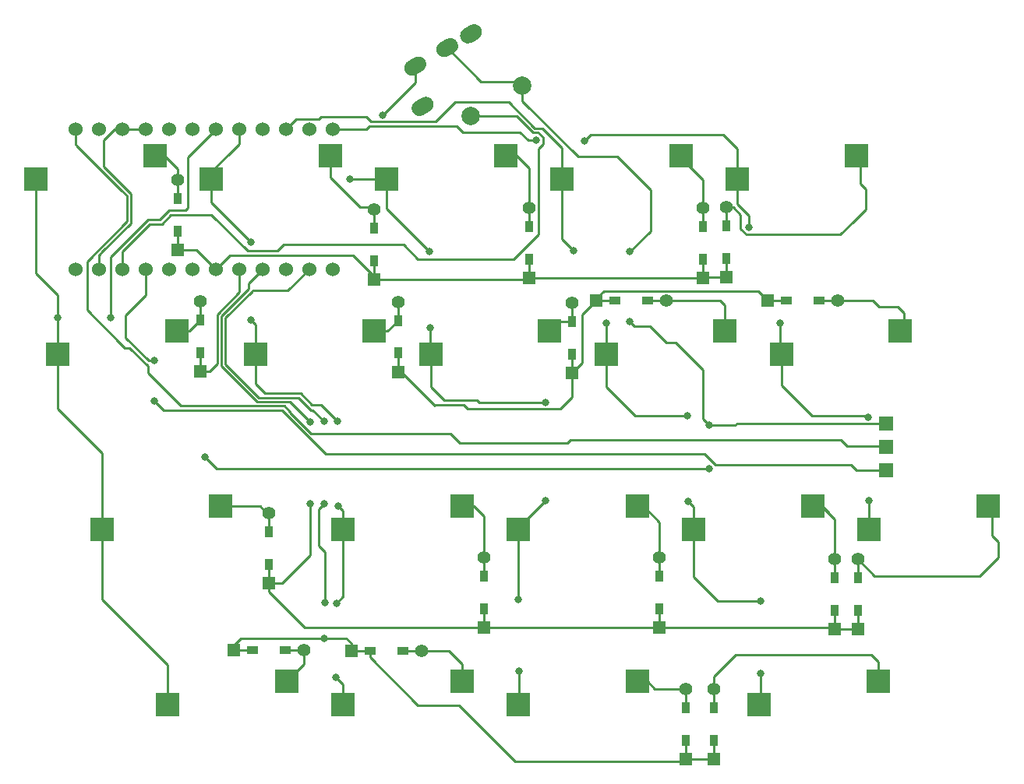
<source format=gbr>
G04 #@! TF.GenerationSoftware,KiCad,Pcbnew,(5.1.6-0-10_14)*
G04 #@! TF.CreationDate,2022-05-29T14:17:38+09:00*
G04 #@! TF.ProjectId,cool936,636f6f6c-3933-4362-9e6b-696361645f70,rev?*
G04 #@! TF.SameCoordinates,Original*
G04 #@! TF.FileFunction,Copper,L2,Bot*
G04 #@! TF.FilePolarity,Positive*
%FSLAX46Y46*%
G04 Gerber Fmt 4.6, Leading zero omitted, Abs format (unit mm)*
G04 Created by KiCad (PCBNEW (5.1.6-0-10_14)) date 2022-05-29 14:17:38*
%MOMM*%
%LPD*%
G01*
G04 APERTURE LIST*
G04 #@! TA.AperFunction,ComponentPad*
%ADD10C,1.397000*%
G04 #@! TD*
G04 #@! TA.AperFunction,ComponentPad*
%ADD11R,1.397000X1.397000*%
G04 #@! TD*
G04 #@! TA.AperFunction,SMDPad,CuDef*
%ADD12R,0.950000X1.300000*%
G04 #@! TD*
G04 #@! TA.AperFunction,ComponentPad*
%ADD13C,1.524000*%
G04 #@! TD*
G04 #@! TA.AperFunction,SMDPad,CuDef*
%ADD14R,2.550000X2.500000*%
G04 #@! TD*
G04 #@! TA.AperFunction,SMDPad,CuDef*
%ADD15R,1.300000X0.950000*%
G04 #@! TD*
G04 #@! TA.AperFunction,SMDPad,CuDef*
%ADD16R,1.524000X1.524000*%
G04 #@! TD*
G04 #@! TA.AperFunction,ComponentPad*
%ADD17C,2.000000*%
G04 #@! TD*
G04 #@! TA.AperFunction,ViaPad*
%ADD18C,0.800000*%
G04 #@! TD*
G04 #@! TA.AperFunction,Conductor*
%ADD19C,0.250000*%
G04 #@! TD*
G04 APERTURE END LIST*
D10*
X70160000Y-38570000D03*
D11*
X70160000Y-46190000D03*
D12*
X70160000Y-44155000D03*
X70160000Y-40605000D03*
D10*
X58200000Y-700000D03*
D11*
X58200000Y-8320000D03*
D12*
X58200000Y-6285000D03*
X58200000Y-2735000D03*
D13*
X25772000Y7991400D03*
X28312000Y7991400D03*
X30852000Y7991400D03*
X33392000Y7991400D03*
X35932000Y7991400D03*
X38472000Y7991400D03*
X41012000Y7991400D03*
X43552000Y7991400D03*
X46092000Y7991400D03*
X48632000Y7991400D03*
X51172000Y7991400D03*
X53712000Y7991400D03*
X53712000Y-7228600D03*
X51172000Y-7228600D03*
X48632000Y-7228600D03*
X46092000Y-7228600D03*
X43552000Y-7228600D03*
X41012000Y-7228600D03*
X38472000Y-7228600D03*
X35932000Y-7228600D03*
X33392000Y-7228600D03*
X30852000Y-7228600D03*
X28312000Y-7228600D03*
X25772000Y-7228600D03*
G04 #@! TA.AperFunction,ComponentPad*
G36*
G01*
X69513526Y17822531D02*
X68820706Y17422531D01*
G75*
G02*
X67659584Y17733653I-425000J736122D01*
G01*
X67659584Y17733653D01*
G75*
G02*
X67970706Y18894775I736122J425000D01*
G01*
X68663526Y19294775D01*
G75*
G02*
X69824648Y18983653I425000J-736122D01*
G01*
X69824648Y18983653D01*
G75*
G02*
X69513526Y17822531I-736122J-425000D01*
G01*
G37*
G04 #@! TD.AperFunction*
G04 #@! TA.AperFunction,ComponentPad*
G36*
G01*
X66915450Y16322531D02*
X66222630Y15922531D01*
G75*
G02*
X65061508Y16233653I-425000J736122D01*
G01*
X65061508Y16233653D01*
G75*
G02*
X65372630Y17394775I736122J425000D01*
G01*
X66065450Y17794775D01*
G75*
G02*
X67226572Y17483653I425000J-736122D01*
G01*
X67226572Y17483653D01*
G75*
G02*
X66915450Y16322531I-736122J-425000D01*
G01*
G37*
G04 #@! TD.AperFunction*
G04 #@! TA.AperFunction,ComponentPad*
G36*
G01*
X63451348Y14322531D02*
X62758528Y13922531D01*
G75*
G02*
X61597406Y14233653I-425000J736122D01*
G01*
X61597406Y14233653D01*
G75*
G02*
X61908528Y15394775I736122J425000D01*
G01*
X62601348Y15794775D01*
G75*
G02*
X63762470Y15483653I425000J-736122D01*
G01*
X63762470Y15483653D01*
G75*
G02*
X63451348Y14322531I-736122J-425000D01*
G01*
G37*
G04 #@! TD.AperFunction*
G04 #@! TA.AperFunction,ComponentPad*
G36*
G01*
X64252310Y9935225D02*
X63559490Y9535225D01*
G75*
G02*
X62398368Y9846347I-425000J736122D01*
G01*
X62398368Y9846347D01*
G75*
G02*
X62709490Y11007469I736122J425000D01*
G01*
X63402310Y11407469D01*
G75*
G02*
X64563432Y11096347I425000J-736122D01*
G01*
X64563432Y11096347D01*
G75*
G02*
X64252310Y9935225I-736122J-425000D01*
G01*
G37*
G04 #@! TD.AperFunction*
D14*
X59590000Y2540000D03*
X72517000Y5080000D03*
X100071500Y-54610000D03*
X112998500Y-52070000D03*
X92927500Y-35560000D03*
X105854500Y-33020000D03*
D10*
X36880000Y2470000D03*
D11*
X36880000Y-5150000D03*
D12*
X36880000Y-3115000D03*
X36880000Y435000D03*
D14*
X73877500Y-35560000D03*
X86804500Y-33020000D03*
X40540000Y2540000D03*
X53467000Y5080000D03*
X21490000Y2540000D03*
X34417000Y5080000D03*
D10*
X79720000Y-10920000D03*
D11*
X79720000Y-18540000D03*
D12*
X79720000Y-16505000D03*
X79720000Y-12955000D03*
D14*
X54827500Y-54610000D03*
X67754500Y-52070000D03*
X23871000Y-16510000D03*
X36798000Y-13970000D03*
X28634000Y-35560000D03*
X41561000Y-33020000D03*
D10*
X63340000Y-48730000D03*
D11*
X55720000Y-48730000D03*
D15*
X57755000Y-48730000D03*
X61305000Y-48730000D03*
D10*
X96480000Y-500000D03*
D11*
X96480000Y-8120000D03*
D12*
X96480000Y-6085000D03*
X96480000Y-2535000D03*
D10*
X75040000Y-560000D03*
D11*
X75040000Y-8180000D03*
D12*
X75040000Y-6145000D03*
X75040000Y-2595000D03*
D15*
X106515000Y-10620000D03*
X102965000Y-10620000D03*
D11*
X100930000Y-10620000D03*
D10*
X108550000Y-10620000D03*
D14*
X78640000Y2540000D03*
X91567000Y5080000D03*
D10*
X46790000Y-33730000D03*
D11*
X46790000Y-41350000D03*
D12*
X46790000Y-39315000D03*
X46790000Y-35765000D03*
D10*
X95100000Y-52870000D03*
D11*
X95100000Y-60490000D03*
D12*
X95100000Y-58455000D03*
X95100000Y-54905000D03*
D10*
X92090000Y-52870000D03*
D11*
X92090000Y-60490000D03*
D12*
X92090000Y-58455000D03*
X92090000Y-54905000D03*
D10*
X89230000Y-38610000D03*
D11*
X89230000Y-46230000D03*
D12*
X89230000Y-44195000D03*
X89230000Y-40645000D03*
D10*
X108220000Y-38760000D03*
D11*
X108220000Y-46380000D03*
D12*
X108220000Y-44345000D03*
X108220000Y-40795000D03*
X110750000Y-40825000D03*
X110750000Y-44375000D03*
D11*
X110750000Y-46410000D03*
D10*
X110750000Y-38790000D03*
X89960000Y-10620000D03*
D11*
X82340000Y-10620000D03*
D15*
X84375000Y-10620000D03*
X87925000Y-10620000D03*
D10*
X93900000Y-590000D03*
D11*
X93900000Y-8210000D03*
D12*
X93900000Y-6175000D03*
X93900000Y-2625000D03*
D14*
X102452500Y-16510000D03*
X115379500Y-13970000D03*
X64352500Y-16510000D03*
X77279500Y-13970000D03*
X83402500Y-16510000D03*
X96329500Y-13970000D03*
X35777500Y-54610000D03*
X48704500Y-52070000D03*
X111977500Y-35560000D03*
X124904500Y-33020000D03*
X54827500Y-35560000D03*
X67754500Y-33020000D03*
X73877500Y-54610000D03*
X86804500Y-52070000D03*
X45302500Y-16510000D03*
X58229500Y-13970000D03*
D16*
X113790000Y-23990000D03*
X113790000Y-26530000D03*
X113790000Y-29070000D03*
D10*
X50590000Y-48660000D03*
D11*
X42970000Y-48660000D03*
D15*
X45005000Y-48660000D03*
X48555000Y-48660000D03*
D10*
X39350000Y-10710000D03*
D11*
X39350000Y-18330000D03*
D12*
X39350000Y-16295000D03*
X39350000Y-12745000D03*
D17*
X74324583Y12685000D03*
X68695417Y9435000D03*
D10*
X60810000Y-10770000D03*
D11*
X60810000Y-18390000D03*
D12*
X60810000Y-16355000D03*
X60810000Y-12805000D03*
D14*
X97690000Y2540000D03*
X110617000Y5080000D03*
D18*
X51270000Y-32720000D03*
X51230000Y-23860000D03*
X52790000Y-32720000D03*
X52870000Y-43480000D03*
X52820000Y-47370000D03*
X52790000Y-23800000D03*
X85960000Y-12940000D03*
X85960000Y-5340000D03*
X39810000Y-27680000D03*
X94640000Y-28970000D03*
X94640000Y-24170000D03*
X34320000Y-17200000D03*
X34320000Y-21550000D03*
X59140000Y9550000D03*
X23871000Y-12529000D03*
X29600000Y-12530000D03*
X44840000Y-12780000D03*
X54070000Y-51600000D03*
X54130000Y-43540000D03*
X54220000Y-23800000D03*
X54270000Y-32970000D03*
X44790000Y-4250000D03*
X55590000Y2540000D03*
X73960000Y-50910000D03*
X73900000Y-43150000D03*
X76800000Y-21700000D03*
X76870000Y-32410000D03*
X64290000Y-13600000D03*
X64220000Y-5290000D03*
X92240000Y-23210000D03*
X92300000Y-32490000D03*
X100240000Y-43320000D03*
X79900000Y-5250000D03*
X83420000Y-13130000D03*
X100240000Y-51190000D03*
X98950000Y-2670000D03*
X111940000Y-32410000D03*
X102290000Y-13110000D03*
X111920000Y-23310000D03*
X75850000Y6760000D03*
X81040000Y6730000D03*
D19*
X34417000Y4693000D02*
X34417000Y5080000D01*
X36880000Y2470000D02*
X36880000Y3633000D01*
X35433000Y5080000D02*
X36195000Y4318000D01*
X36880000Y2230000D02*
X36880000Y195000D01*
X34417000Y5080000D02*
X35433000Y5080000D01*
X36880000Y3633000D02*
X36195000Y4318000D01*
X36880000Y2470000D02*
X36880000Y435000D01*
X58200000Y-700000D02*
X58200000Y-510000D01*
X56640000Y-450000D02*
X57950000Y-450000D01*
X57950000Y-450000D02*
X58200000Y-700000D01*
X53467000Y2723000D02*
X53467000Y5080000D01*
X56640000Y-450000D02*
X53467000Y2723000D01*
X58200000Y-700000D02*
X58200000Y-2735000D01*
X73710000Y5080000D02*
X75040000Y3750000D01*
X75040000Y-560000D02*
X75040000Y-2595000D01*
X75040000Y3750000D02*
X75040000Y-560000D01*
X72517000Y5080000D02*
X73710000Y5080000D01*
X91567000Y4843000D02*
X91567000Y5080000D01*
X93900000Y-590000D02*
X93900000Y2510000D01*
X93900000Y2510000D02*
X91567000Y4843000D01*
X93900000Y-2625000D02*
X93900000Y-590000D01*
X96480000Y-500000D02*
X97200000Y-500000D01*
X98040000Y-1340000D02*
X98040000Y-2833002D01*
X98686998Y-3480000D02*
X108850000Y-3480000D01*
X111055001Y4641999D02*
X110617000Y5080000D01*
X97200000Y-500000D02*
X98040000Y-1340000D01*
X98040000Y-2833002D02*
X98686998Y-3480000D01*
X96480000Y-500000D02*
X96480000Y-2535000D01*
X108850000Y-3480000D02*
X110340000Y-1990000D01*
X110340000Y-1990000D02*
X110350000Y-1990000D01*
X110350000Y-1990000D02*
X111630000Y-710000D01*
X111630000Y1480002D02*
X111055001Y2055001D01*
X111630000Y-710000D02*
X111630000Y1480002D01*
X111055001Y2055001D02*
X111055001Y4641999D01*
X59645000Y-13970000D02*
X60810000Y-12805000D01*
X58229500Y-13970000D02*
X59645000Y-13970000D01*
X60810000Y-10770000D02*
X60810000Y-12805000D01*
X79720000Y-12955000D02*
X78294500Y-12955000D01*
X79720000Y-10920000D02*
X79720000Y-12955000D01*
X78294500Y-12955000D02*
X77279500Y-13970000D01*
X89960000Y-10620000D02*
X95830000Y-10620000D01*
X87925000Y-10620000D02*
X89960000Y-10620000D01*
X95830000Y-10620000D02*
X96329500Y-11119500D01*
X96329500Y-11119500D02*
X96329500Y-13970000D01*
X108550000Y-10620000D02*
X112380000Y-10620000D01*
X115100000Y-11290000D02*
X115810000Y-12000000D01*
X115810000Y-13539500D02*
X115379500Y-13970000D01*
X106515000Y-10620000D02*
X108550000Y-10620000D01*
X113050000Y-11290000D02*
X115100000Y-11290000D01*
X112380000Y-10620000D02*
X113050000Y-11290000D01*
X115810000Y-12000000D02*
X115810000Y-13539500D01*
X70160000Y-38570000D02*
X70160000Y-40605000D01*
X70160000Y-34100000D02*
X70160000Y-38570000D01*
X67754500Y-33020000D02*
X69080000Y-33020000D01*
X69080000Y-33020000D02*
X70160000Y-34100000D01*
X89230000Y-34770000D02*
X87480000Y-33020000D01*
X89230000Y-40645000D02*
X89230000Y-38610000D01*
X89230000Y-38610000D02*
X89230000Y-34770000D01*
X87480000Y-33020000D02*
X86804500Y-33020000D01*
X105854500Y-33020000D02*
X106870500Y-33020000D01*
X108220000Y-40795000D02*
X108220000Y-38760000D01*
X105854500Y-33020000D02*
X106800000Y-33020000D01*
X106800000Y-33020000D02*
X108220000Y-34440000D01*
X108220000Y-34440000D02*
X108220000Y-38760000D01*
X106870500Y-33020000D02*
X107632500Y-33782000D01*
X110750000Y-38790000D02*
X110750000Y-40825000D01*
X125342501Y-33458001D02*
X124904500Y-33020000D01*
X125342501Y-36227499D02*
X125342501Y-33458001D01*
X126010000Y-36894998D02*
X125342501Y-36227499D01*
X126010000Y-38590000D02*
X126010000Y-36894998D01*
X123990000Y-40610000D02*
X126010000Y-38590000D01*
X112570000Y-40610000D02*
X123990000Y-40610000D01*
X110750000Y-38790000D02*
X112570000Y-40610000D01*
X48555000Y-48660000D02*
X50590000Y-48660000D01*
X50590000Y-48660000D02*
X50590000Y-50184500D01*
X50590000Y-50184500D02*
X48704500Y-52070000D01*
X63340000Y-48730000D02*
X66320000Y-48730000D01*
X61305000Y-48730000D02*
X63340000Y-48730000D01*
X67754500Y-52070000D02*
X67754500Y-50164500D01*
X67754500Y-50164500D02*
X66320000Y-48730000D01*
X92090000Y-54905000D02*
X92090000Y-52870000D01*
X86804500Y-52070000D02*
X87920000Y-52070000D01*
X87920000Y-52070000D02*
X88720000Y-52870000D01*
X92090000Y-52870000D02*
X88720000Y-52870000D01*
X36798000Y-13970000D02*
X37790000Y-13970000D01*
X38125000Y-13970000D02*
X39350000Y-12745000D01*
X36798000Y-13970000D02*
X38125000Y-13970000D01*
X39350000Y-10710000D02*
X39350000Y-12745000D01*
X41561000Y-33020000D02*
X45830000Y-33020000D01*
X46790000Y-33730000D02*
X46790000Y-35765000D01*
X46540000Y-33730000D02*
X46790000Y-33730000D01*
X45830000Y-33020000D02*
X46540000Y-33730000D01*
X97480000Y-49190000D02*
X112240000Y-49190000D01*
X95100000Y-54905000D02*
X95100000Y-52870000D01*
X112240000Y-49190000D02*
X112998500Y-49948500D01*
X112998500Y-49948500D02*
X112998500Y-52070000D01*
X95100000Y-52870000D02*
X95100000Y-51570000D01*
X95100000Y-51570000D02*
X97480000Y-49190000D01*
X43390000Y-5740000D02*
X55940000Y-5740000D01*
X93900000Y-8210000D02*
X93900000Y-6175000D01*
X93900000Y-8210000D02*
X93690000Y-8210000D01*
X75040000Y-8180000D02*
X93660000Y-8180000D01*
X39173400Y-5390000D02*
X39741700Y-5958300D01*
X96480000Y-8120000D02*
X96480000Y-6085000D01*
X93690000Y-8210000D02*
X93660000Y-8180000D01*
X38933400Y-5150000D02*
X39741700Y-5958300D01*
X43020000Y-5740000D02*
X43390000Y-5740000D01*
X39741700Y-5958300D02*
X41012000Y-7228600D01*
X96480000Y-8120000D02*
X93990000Y-8120000D01*
X42870600Y-5740000D02*
X43020000Y-5740000D01*
X58200000Y-6285000D02*
X58200000Y-8320000D01*
X93990000Y-8120000D02*
X93900000Y-8210000D01*
X36880000Y-5150000D02*
X38933400Y-5150000D01*
X58200000Y-8320000D02*
X74900000Y-8320000D01*
X36880000Y-3355000D02*
X36880000Y-5390000D01*
X75040000Y-6145000D02*
X75040000Y-8180000D01*
X41092000Y-7758600D02*
X41092000Y-6852000D01*
X41092000Y-6852000D02*
X41108000Y-6852000D01*
X41012000Y-7228600D02*
X42500600Y-5740000D01*
X74900000Y-8320000D02*
X75040000Y-8180000D01*
X55940000Y-5740000D02*
X58200000Y-8000000D01*
X58200000Y-8000000D02*
X58200000Y-8320000D01*
X42500600Y-5740000D02*
X43020000Y-5740000D01*
X39350000Y-16295000D02*
X39350000Y-18330000D01*
X41160000Y-17470000D02*
X41160000Y-12134190D01*
X60810000Y-16355000D02*
X60810000Y-18390000D01*
X40300000Y-18330000D02*
X41160000Y-17470000D01*
X80827499Y-12132501D02*
X80827499Y-17382501D01*
X39350000Y-18330000D02*
X40300000Y-18330000D01*
X79720000Y-18540000D02*
X79720000Y-18490000D01*
X79720000Y-18490000D02*
X80827499Y-17382501D01*
X64086795Y-21326795D02*
X64790000Y-22030000D01*
X79720000Y-16505000D02*
X79720000Y-18540000D01*
X64086795Y-21323205D02*
X64086795Y-21326795D01*
X61153590Y-18390000D02*
X64086795Y-21323205D01*
X60810000Y-18390000D02*
X61153590Y-18390000D01*
X43552000Y-9742190D02*
X41160000Y-12134190D01*
X82340000Y-10620000D02*
X84375000Y-10620000D01*
X41160000Y-12134190D02*
X41160000Y-12630000D01*
X43552000Y-7228600D02*
X43552000Y-9742190D01*
X100930000Y-10620000D02*
X102965000Y-10620000D01*
X82340000Y-10620000D02*
X80827499Y-12132501D01*
X99906499Y-9596499D02*
X100930000Y-10620000D01*
X83153501Y-9596499D02*
X99906499Y-9596499D01*
X82340000Y-10410000D02*
X83153501Y-9596499D01*
X82340000Y-10620000D02*
X82340000Y-10410000D01*
X67981795Y-22028205D02*
X64791795Y-22028205D01*
X64791795Y-22028205D02*
X64086795Y-21323205D01*
X79720000Y-18540000D02*
X79720000Y-21140000D01*
X68378591Y-22425001D02*
X67981795Y-22028205D01*
X78434999Y-22425001D02*
X68378591Y-22425001D01*
X79720000Y-21140000D02*
X78434999Y-22425001D01*
X44537000Y-8783600D02*
X44537000Y-9393600D01*
X51270000Y-38300000D02*
X51270000Y-32720000D01*
X46790000Y-41350000D02*
X48220000Y-41350000D01*
X89230000Y-44195000D02*
X89230000Y-46230000D01*
X43325300Y-10605300D02*
X42925300Y-11005300D01*
X108070000Y-46230000D02*
X108220000Y-46380000D01*
X108250000Y-46410000D02*
X108220000Y-46380000D01*
X110750000Y-46410000D02*
X108250000Y-46410000D01*
X46790000Y-39315000D02*
X46790000Y-41350000D01*
X41610010Y-12320590D02*
X42925300Y-11005300D01*
X51230000Y-23860000D02*
X50810000Y-23440000D01*
X41610010Y-17782830D02*
X41610010Y-12320590D01*
X50810000Y-23440000D02*
X50810000Y-23420000D01*
X50810000Y-23420000D02*
X49044271Y-21654271D01*
X49044271Y-21654271D02*
X45481451Y-21654271D01*
X45481451Y-21654271D02*
X41610010Y-17782830D01*
X89230000Y-46230000D02*
X108070000Y-46230000D01*
X46790000Y-41350000D02*
X46790000Y-42320000D01*
X50660000Y-46190000D02*
X70160000Y-46190000D01*
X44537000Y-9393600D02*
X42925300Y-11005300D01*
X46092000Y-7228600D02*
X44537000Y-8783600D01*
X46790000Y-42320000D02*
X50660000Y-46190000D01*
X70160000Y-44155000D02*
X70160000Y-46190000D01*
X48220000Y-41350000D02*
X51270000Y-38300000D01*
X108220000Y-46380000D02*
X108220000Y-44345000D01*
X110750000Y-44375000D02*
X110750000Y-46410000D01*
X89190000Y-46190000D02*
X89230000Y-46230000D01*
X70160000Y-46190000D02*
X89190000Y-46190000D01*
X91840000Y-60740000D02*
X92090000Y-60490000D01*
X52190000Y-37320000D02*
X52870000Y-38000000D01*
X57755000Y-49455000D02*
X62970000Y-54670000D01*
X52820000Y-47370000D02*
X55190000Y-47370000D01*
X51540000Y-22550000D02*
X51373590Y-22550000D01*
X51373590Y-22550000D02*
X50027851Y-21204261D01*
X44601795Y-20138205D02*
X42060020Y-17596430D01*
X45071795Y-20608205D02*
X44601795Y-20138205D01*
X51540000Y-22550000D02*
X52790000Y-23800000D01*
X45667851Y-21204261D02*
X44601795Y-20138205D01*
X50027851Y-21204261D02*
X45667851Y-21204261D01*
X55190000Y-47370000D02*
X55720000Y-47900000D01*
X52870000Y-38000000D02*
X52870000Y-43480000D01*
X44987010Y-9612990D02*
X42060020Y-12539980D01*
X46270000Y-9580000D02*
X44987010Y-9580000D01*
X46430000Y-9580000D02*
X46270000Y-9580000D01*
X92090000Y-58455000D02*
X92090000Y-60490000D01*
X55720000Y-47900000D02*
X55720000Y-48730000D01*
X52190000Y-33320000D02*
X52190000Y-37320000D01*
X44852491Y-20388901D02*
X45071795Y-20608205D01*
X42060020Y-12539980D02*
X42060020Y-17219980D01*
X55720000Y-48730000D02*
X57755000Y-48730000D01*
X43720000Y-47370000D02*
X52820000Y-47370000D01*
X67440000Y-54670000D02*
X73510000Y-60740000D01*
X42970000Y-48660000D02*
X42970000Y-48120000D01*
X44987010Y-9580000D02*
X44987010Y-9612990D01*
X73510000Y-60740000D02*
X91840000Y-60740000D01*
X92090000Y-60490000D02*
X95100000Y-60490000D01*
X62970000Y-54670000D02*
X67440000Y-54670000D01*
X57755000Y-48730000D02*
X57755000Y-49455000D01*
X45005000Y-48660000D02*
X42970000Y-48660000D01*
X48820600Y-9580000D02*
X46270000Y-9580000D01*
X42060020Y-17596430D02*
X42060020Y-17219980D01*
X52790000Y-32720000D02*
X52190000Y-33320000D01*
X51172000Y-7228600D02*
X48820600Y-9580000D01*
X42970000Y-48120000D02*
X43720000Y-47370000D01*
X95100000Y-60490000D02*
X95100000Y-58455000D01*
X46650600Y-9580000D02*
X46430000Y-9580000D01*
X31810000Y943998D02*
X28793999Y3959999D01*
X31810000Y-2220000D02*
X31810000Y943998D01*
X28690000Y-5340000D02*
X31810000Y-2220000D01*
X28793999Y3959999D02*
X28789999Y3959999D01*
X28789999Y6769999D02*
X30011400Y7991400D01*
X30011400Y7991400D02*
X30852000Y7991400D01*
X30852000Y7991400D02*
X33392000Y7991400D01*
X28392000Y-5638000D02*
X28690000Y-5340000D01*
X28312000Y-5718000D02*
X28690000Y-5340000D01*
X28312000Y-7228600D02*
X28312000Y-5718000D01*
X30295398Y7701400D02*
X30932000Y7701400D01*
X88230000Y-3070000D02*
X85960000Y-5340000D01*
X88230000Y1370000D02*
X88230000Y-3070000D01*
X69832693Y13170000D02*
X73839583Y13170000D01*
X80350000Y4990000D02*
X84610000Y4990000D01*
X66144040Y16858653D02*
X69832693Y13170000D01*
X84610000Y4990000D02*
X88230000Y1370000D01*
X73839583Y13170000D02*
X74324583Y12685000D01*
X74324583Y11015417D02*
X80350000Y4990000D01*
X74324583Y12685000D02*
X74324583Y11015417D01*
X97604999Y-24035001D02*
X97450000Y-24190000D01*
X113744999Y-24035001D02*
X97604999Y-24035001D01*
X113790000Y-23990000D02*
X113744999Y-24035001D01*
X67140000Y-28970000D02*
X94640000Y-28970000D01*
X41100000Y-28970000D02*
X67140000Y-28970000D01*
X39810000Y-27680000D02*
X41100000Y-28970000D01*
X97450000Y-24190000D02*
X94660000Y-24190000D01*
X94660000Y-24190000D02*
X94640000Y-24170000D01*
X28789999Y3959999D02*
X28789999Y6769999D01*
X93950749Y-23480749D02*
X94640000Y-24170000D01*
X93950749Y-18180749D02*
X93950749Y-23480749D01*
X85960000Y-12940000D02*
X86479251Y-13459251D01*
X91009251Y-15239251D02*
X93950749Y-18180749D01*
X88200749Y-13459251D02*
X89980749Y-15239251D01*
X89980749Y-15239251D02*
X91009251Y-15239251D01*
X86479251Y-13459251D02*
X88200749Y-13459251D01*
X110059990Y-28519990D02*
X110610000Y-29070000D01*
X95262992Y-28519990D02*
X110059990Y-28519990D01*
X35324291Y-22554291D02*
X48214879Y-22554291D01*
X48214879Y-22554291D02*
X52990588Y-27330000D01*
X34320000Y-21550000D02*
X35324291Y-22554291D01*
X65060000Y-27330000D02*
X65070000Y-27340000D01*
X52990588Y-27330000D02*
X65060000Y-27330000D01*
X110610000Y-29070000D02*
X113790000Y-29070000D01*
X65070000Y-27340000D02*
X94083002Y-27340000D01*
X94083002Y-27340000D02*
X95262992Y-28519990D01*
X62679938Y13089938D02*
X59140000Y9550000D01*
X62679938Y14858653D02*
X62679938Y13089938D01*
X31170999Y-12259001D02*
X33392000Y-10038000D01*
X31170999Y-14670999D02*
X31170999Y-12259001D01*
X33392000Y-10038000D02*
X33392000Y-7228600D01*
X33700000Y-17200000D02*
X31170999Y-14670999D01*
X34320000Y-17200000D02*
X33700000Y-17200000D01*
X31359990Y757598D02*
X31359990Y-2033600D01*
X30720990Y-15370992D02*
X30720990Y-15383016D01*
X30703588Y1410000D02*
X30707588Y1410000D01*
X27020000Y-6373590D02*
X27020000Y-11670002D01*
X25986794Y6126794D02*
X30703588Y1410000D01*
X30707588Y1410000D02*
X31359990Y757598D01*
X31359990Y-2033600D02*
X27020000Y-6373590D01*
X27020000Y-11670002D02*
X30720990Y-15370992D01*
X79210000Y-26140000D02*
X79570000Y-25780000D01*
X79570000Y-25780000D02*
X100700000Y-25780000D01*
X48474281Y-22104281D02*
X49100000Y-22730000D01*
X37203279Y-22104281D02*
X48474281Y-22104281D01*
X49100000Y-22803002D02*
X51376998Y-25080000D01*
X49100000Y-22730000D02*
X49100000Y-22803002D01*
X66480000Y-25080000D02*
X67540000Y-26140000D01*
X51376998Y-25080000D02*
X66480000Y-25080000D01*
X100700000Y-25780000D02*
X108890000Y-25780000D01*
X67540000Y-26140000D02*
X79210000Y-26140000D01*
X108890000Y-25780000D02*
X109590000Y-26480000D01*
X100860000Y-25780000D02*
X100700000Y-25780000D01*
X113740000Y-26480000D02*
X113790000Y-26530000D01*
X109590000Y-26480000D02*
X113740000Y-26480000D01*
X25772000Y6341588D02*
X25986794Y6126794D01*
X25852000Y6261588D02*
X25986794Y6126794D01*
X109640000Y-26430000D02*
X109590000Y-26480000D01*
X25772000Y7991400D02*
X25772000Y6341588D01*
X33649499Y-18550501D02*
X33649499Y-17785909D01*
X33649499Y-18550501D02*
X37203279Y-22104281D01*
X31654603Y-15791013D02*
X31128987Y-15791013D01*
X33649499Y-17785909D02*
X31654603Y-15791013D01*
X30720990Y-15383016D02*
X31128987Y-15791013D01*
X21490000Y-7690000D02*
X23871000Y-10071000D01*
X23871000Y-12529000D02*
X23871000Y-16510000D01*
X28634000Y-43114000D02*
X35777500Y-50257500D01*
X37964999Y4944399D02*
X37964999Y3915001D01*
X35960000Y-860000D02*
X37680000Y-860000D01*
X41012000Y7991400D02*
X37964999Y4944399D01*
X35777500Y-50257500D02*
X35777500Y-54610000D01*
X23871000Y-16510000D02*
X23871000Y-22441000D01*
X37964999Y-575001D02*
X37964999Y3915001D01*
X37680000Y-860000D02*
X37964999Y-575001D01*
X28634000Y-35560000D02*
X28634000Y-43114000D01*
X37964999Y4574399D02*
X37964999Y3915001D01*
X21490000Y2540000D02*
X21490000Y-7690000D01*
X23871000Y-10071000D02*
X23871000Y-12529000D01*
X23871000Y-22441000D02*
X28634000Y-27204000D01*
X28634000Y-27204000D02*
X28634000Y-35560000D01*
X29600000Y-12530000D02*
X29600000Y-5903590D01*
X29600000Y-5903590D02*
X33643599Y-1859991D01*
X33643599Y-1859991D02*
X34960009Y-1859991D01*
X34960009Y-1859991D02*
X35960000Y-860000D01*
X44840000Y-12780000D02*
X45302500Y-13242500D01*
X54270000Y-32970000D02*
X54827500Y-33527500D01*
X43552000Y6412000D02*
X42505000Y5365000D01*
X40540000Y3400000D02*
X40540000Y2540000D01*
X54827500Y-52357500D02*
X54827500Y-54610000D01*
X42505000Y5365000D02*
X40540000Y3400000D01*
X54827500Y-33527500D02*
X54827500Y-35560000D01*
X54827500Y-42842500D02*
X54130000Y-43540000D01*
X54827500Y-35560000D02*
X54827500Y-42842500D01*
X43552000Y7991400D02*
X43552000Y6412000D01*
X54070000Y-51600000D02*
X54827500Y-52357500D01*
X45302500Y-13242500D02*
X45302500Y-16510000D01*
X40540000Y0D02*
X40540000Y1110000D01*
X44790000Y-4250000D02*
X40540000Y0D01*
X40540000Y2540000D02*
X40540000Y1110000D01*
X45302500Y-18517500D02*
X45302500Y-16510000D01*
X46324251Y-20754251D02*
X45302500Y-19732500D01*
X45302500Y-19732500D02*
X45302500Y-18517500D01*
X50214251Y-20754251D02*
X46324251Y-20754251D01*
X51450000Y-21990000D02*
X50214251Y-20754251D01*
X52410000Y-21990000D02*
X51450000Y-21990000D01*
X54220000Y-23800000D02*
X52410000Y-21990000D01*
X59590000Y-690000D02*
X64190000Y-5290000D01*
X64190000Y-5290000D02*
X64220000Y-5290000D01*
X73877500Y-43127500D02*
X73900000Y-43150000D01*
X73960000Y-54527500D02*
X73877500Y-54610000D01*
X64290000Y-16447500D02*
X64352500Y-16510000D01*
X73877500Y-35560000D02*
X73877500Y-43127500D01*
X64290000Y-13600000D02*
X64290000Y-16447500D01*
X73960000Y-50910000D02*
X73960000Y-54527500D01*
X59590000Y2540000D02*
X59590000Y-690000D01*
X73877500Y-35402500D02*
X73877500Y-35560000D01*
X59590000Y2540000D02*
X55590000Y2540000D01*
X76870000Y-32410000D02*
X73877500Y-35402500D01*
X69410000Y-21480000D02*
X69630000Y-21700000D01*
X65805000Y-21480000D02*
X69410000Y-21480000D01*
X64352500Y-20027500D02*
X65805000Y-21480000D01*
X69630000Y-21700000D02*
X76800000Y-21700000D01*
X64352500Y-16510000D02*
X64352500Y-20027500D01*
X78640000Y5960000D02*
X78640000Y2540000D01*
X92300000Y-32490000D02*
X92927500Y-33117500D01*
X78640000Y2540000D02*
X78640000Y-3990000D01*
X64928999Y8798999D02*
X67040000Y10910000D01*
X92927500Y-33117500D02*
X92927500Y-35560000D01*
X52474190Y9320000D02*
X57340000Y9320000D01*
X78640000Y-3990000D02*
X79900000Y-5250000D01*
X83402500Y-20052500D02*
X86560000Y-23210000D01*
X92927500Y-40727500D02*
X95520000Y-43320000D01*
X100240000Y-51190000D02*
X100240000Y-54441500D01*
X48632000Y7991400D02*
X49719001Y9078401D01*
X100240000Y-54441500D02*
X100071500Y-54610000D01*
X83420000Y-13130000D02*
X83420000Y-16492500D01*
X86560000Y-23210000D02*
X92240000Y-23210000D01*
X83402500Y-16482500D02*
X83402500Y-16510000D01*
X75640001Y8109999D02*
X76490001Y8109999D01*
X83420000Y-16492500D02*
X83402500Y-16510000D01*
X57340000Y9320000D02*
X57861001Y8798999D01*
X57861001Y8798999D02*
X64928999Y8798999D01*
X72840000Y10910000D02*
X75640001Y8109999D01*
X67040000Y10910000D02*
X72840000Y10910000D01*
X92927500Y-35560000D02*
X92927500Y-40727500D01*
X83402500Y-16510000D02*
X83402500Y-20052500D01*
X76490001Y8109999D02*
X78640000Y5960000D01*
X52232591Y9078401D02*
X52367095Y9212905D01*
X49719001Y9078401D02*
X52232591Y9078401D01*
X52367095Y9212905D02*
X52474190Y9320000D01*
X95520000Y-43320000D02*
X100240000Y-43320000D01*
X105790000Y-23170000D02*
X111780000Y-23170000D01*
X98950000Y-1380000D02*
X97690000Y-120000D01*
X81040000Y6730000D02*
X81715001Y7405001D01*
X111780000Y-23170000D02*
X111920000Y-23310000D01*
X98950000Y-2670000D02*
X98950000Y-1380000D01*
X53712000Y7991400D02*
X57317012Y7991400D01*
X93115001Y7405001D02*
X94684999Y7405001D01*
X74960000Y6760000D02*
X75850000Y6760000D01*
X97690000Y5890000D02*
X96174999Y7405001D01*
X67184016Y8348989D02*
X67873016Y7659989D01*
X57317012Y7991400D02*
X57674601Y8348989D01*
X97690000Y-120000D02*
X97690000Y840000D01*
X102290000Y-16347500D02*
X102452500Y-16510000D01*
X96174999Y7405001D02*
X93115001Y7405001D01*
X67873016Y7659989D02*
X74060011Y7659989D01*
X97690000Y2540000D02*
X97690000Y5890000D01*
X111940000Y-32410000D02*
X111940000Y-35522500D01*
X57674601Y8348989D02*
X67184016Y8348989D01*
X102452500Y-16510000D02*
X102452500Y-19832500D01*
X81715001Y7405001D02*
X93115001Y7405001D01*
X102452500Y-19832500D02*
X105790000Y-23170000D01*
X97690000Y840000D02*
X97690000Y2540000D01*
X102290000Y-13110000D02*
X102290000Y-16347500D01*
X111940000Y-35522500D02*
X111977500Y-35560000D01*
X74060011Y7659989D02*
X74960000Y6760000D01*
X30932000Y-5208000D02*
X31450000Y-4690000D01*
X47710000Y-5230000D02*
X48370000Y-4570000D01*
X73678590Y9435000D02*
X68695417Y9435000D01*
X76575001Y7108001D02*
X76023013Y7659989D01*
X31450000Y-4690000D02*
X33830000Y-2310000D01*
X33830000Y-2310000D02*
X35146410Y-2310000D01*
X76063501Y-3411497D02*
X76063501Y-226499D01*
X61420000Y-4570000D02*
X62970000Y-6120000D01*
X30852000Y-7228600D02*
X30852000Y-5288000D01*
X76064999Y-225001D02*
X76064999Y5901997D01*
X76064999Y5901997D02*
X76575001Y6411999D01*
X76575001Y6411999D02*
X76575001Y7108001D01*
X44450000Y-5230000D02*
X47710000Y-5230000D01*
X48370000Y-4570000D02*
X61420000Y-4570000D01*
X75453600Y7659990D02*
X73678590Y9435000D01*
X73354998Y-6120000D02*
X76063501Y-3411497D01*
X40540000Y-1320000D02*
X44450000Y-5230000D01*
X35146410Y-2310000D02*
X36146400Y-1310010D01*
X30852000Y-5288000D02*
X31450000Y-4690000D01*
X76023013Y7659989D02*
X75453600Y7659990D01*
X76063501Y-226499D02*
X76064999Y-225001D01*
X62970000Y-6120000D02*
X73354998Y-6120000D01*
X38689990Y-1310010D02*
X38699980Y-1320000D01*
X36146400Y-1310010D02*
X38689990Y-1310010D01*
X38699980Y-1320000D02*
X40540000Y-1320000D01*
M02*

</source>
